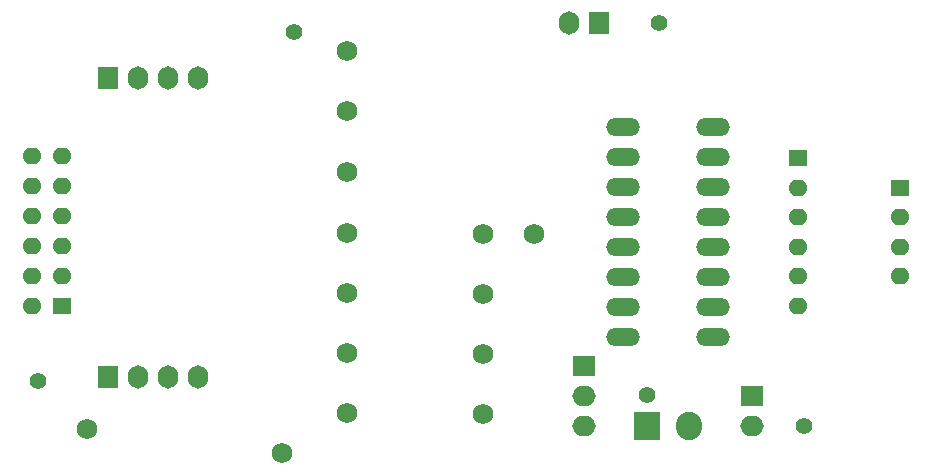
<source format=gbs>
G04*
G04 #@! TF.GenerationSoftware,Altium Limited,Altium Designer,22.11.1 (43)*
G04*
G04 Layer_Color=16711935*
%FSLAX25Y25*%
%MOIN*%
G70*
G04*
G04 #@! TF.SameCoordinates,6D67B21A-DBE7-4323-B212-FBECE55DCE4B*
G04*
G04*
G04 #@! TF.FilePolarity,Negative*
G04*
G01*
G75*
%ADD24O,0.11200X0.06000*%
%ADD25O,0.06312X0.05524*%
%ADD26R,0.06312X0.05524*%
%ADD27C,0.05524*%
%ADD28O,0.07800X0.06800*%
%ADD29R,0.07800X0.06800*%
%ADD30O,0.08674X0.09461*%
%ADD31R,0.08674X0.09461*%
%ADD32O,0.06800X0.07800*%
%ADD33R,0.06800X0.07800*%
%ADD34C,0.06863*%
D24*
X202000Y43750D02*
D03*
Y53750D02*
D03*
Y63750D02*
D03*
Y73750D02*
D03*
Y83750D02*
D03*
Y93750D02*
D03*
Y103750D02*
D03*
Y113750D02*
D03*
X232000Y83750D02*
D03*
Y93750D02*
D03*
Y73750D02*
D03*
Y63750D02*
D03*
Y113750D02*
D03*
Y103750D02*
D03*
Y53750D02*
D03*
Y43750D02*
D03*
D25*
X294500Y63986D02*
D03*
Y73829D02*
D03*
Y83671D02*
D03*
X260500Y73829D02*
D03*
Y83671D02*
D03*
Y63986D02*
D03*
Y54144D02*
D03*
Y93514D02*
D03*
X5000Y54000D02*
D03*
X15000Y64000D02*
D03*
Y74000D02*
D03*
Y84000D02*
D03*
Y94000D02*
D03*
Y104000D02*
D03*
X5000Y64000D02*
D03*
Y74000D02*
D03*
Y84000D02*
D03*
Y94000D02*
D03*
Y104000D02*
D03*
D26*
X294500Y93514D02*
D03*
X260500Y103356D02*
D03*
X15000Y54000D02*
D03*
D27*
X262500Y14000D02*
D03*
X210000Y24500D02*
D03*
X214000Y148500D02*
D03*
X7000Y29000D02*
D03*
X92500Y145500D02*
D03*
D28*
X245000Y14000D02*
D03*
X189000Y24000D02*
D03*
Y14000D02*
D03*
D29*
X245000Y24000D02*
D03*
X189000Y34000D02*
D03*
D30*
X224000Y14000D02*
D03*
D31*
X210000D02*
D03*
D32*
X184000Y148500D02*
D03*
X40500Y30500D02*
D03*
X50500D02*
D03*
X60500D02*
D03*
Y130000D02*
D03*
X50500D02*
D03*
X40500D02*
D03*
D33*
X194000Y148500D02*
D03*
X30500Y30500D02*
D03*
Y130000D02*
D03*
D34*
X88500Y5000D02*
D03*
X23500Y13000D02*
D03*
X110000Y18500D02*
D03*
Y139000D02*
D03*
Y119000D02*
D03*
Y98760D02*
D03*
Y78500D02*
D03*
Y58500D02*
D03*
Y38500D02*
D03*
X172500Y78000D02*
D03*
X155500D02*
D03*
Y18000D02*
D03*
Y38000D02*
D03*
Y58000D02*
D03*
M02*

</source>
